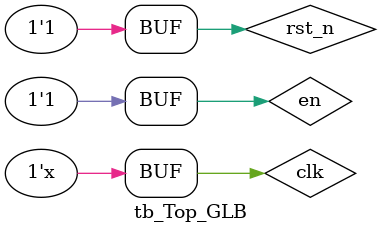
<source format=v>
module tb_Top_GLB;
    parameter FIFO_DATA_WIDTH = 8;
    parameter FIFO_DEPTH = 16;
    parameter PE_SIZE = 14;
    parameter integer MEM0_DEPTH = 4116;
    parameter integer MEM1_DEPTH = 1470;
    parameter integer MEM0_ADDR_WIDTH = 13;
    parameter integer MEM1_ADDR_WIDTH = 11;
    parameter integer MEM0_DATA_WIDTH = 112;
    parameter integer MEM1_DATA_WIDTH = 112;
    parameter integer WEIGHT_ROW_NUM = 70;
    parameter integer WEIGHT_COL_NUM = 294;

    reg clk;
    reg rst_n;
    reg en;
    wire [MEM0_DATA_WIDTH-1:0] mem0_q0_o;
    wire mem0_q0_vaild;
    wire [MEM1_DATA_WIDTH-1:0] rdata_o;
    wire [PE_SIZE-1:0] weight_en_col_o;
    wire sa_data_mover_en;
    Top_GLB # (
        .FIFO_DATA_WIDTH(FIFO_DATA_WIDTH),
        .FIFO_DEPTH(FIFO_DEPTH),
        .PE_SIZE(PE_SIZE),
        .MEM0_DEPTH(MEM0_DEPTH),
        .MEM1_DEPTH(MEM1_DEPTH),
        .MEM0_ADDR_WIDTH(MEM0_ADDR_WIDTH),
        .MEM1_ADDR_WIDTH(MEM1_ADDR_WIDTH),
        .MEM0_DATA_WIDTH(MEM0_DATA_WIDTH),
        .MEM1_DATA_WIDTH(MEM1_DATA_WIDTH),
        .WEIGHT_ROW_NUM(WEIGHT_ROW_NUM), // 64 + 6
        .WEIGHT_COL_NUM(WEIGHT_COL_NUM) // 288 + 6
    ) DUT
    (
        .clk(clk),
        .rst_n(rst_n),
        .en(en),

        .mem0_q0_o(mem0_q0_o),
        .mem0_q0_vaild(mem0_q0_vaild),
        .rdata_o(rdata_o),
        .weight_en_col_o(weight_en_col_o),
        .sa_data_mover_en(sa_data_mover_en)
    );
    always #5 clk = ~clk;
    initial begin
        clk = 0;
        rst_n = 0;
        en = 0;

        #50
            rst_n = 1;
        #20
             en = 1;
    end

endmodule
</source>
